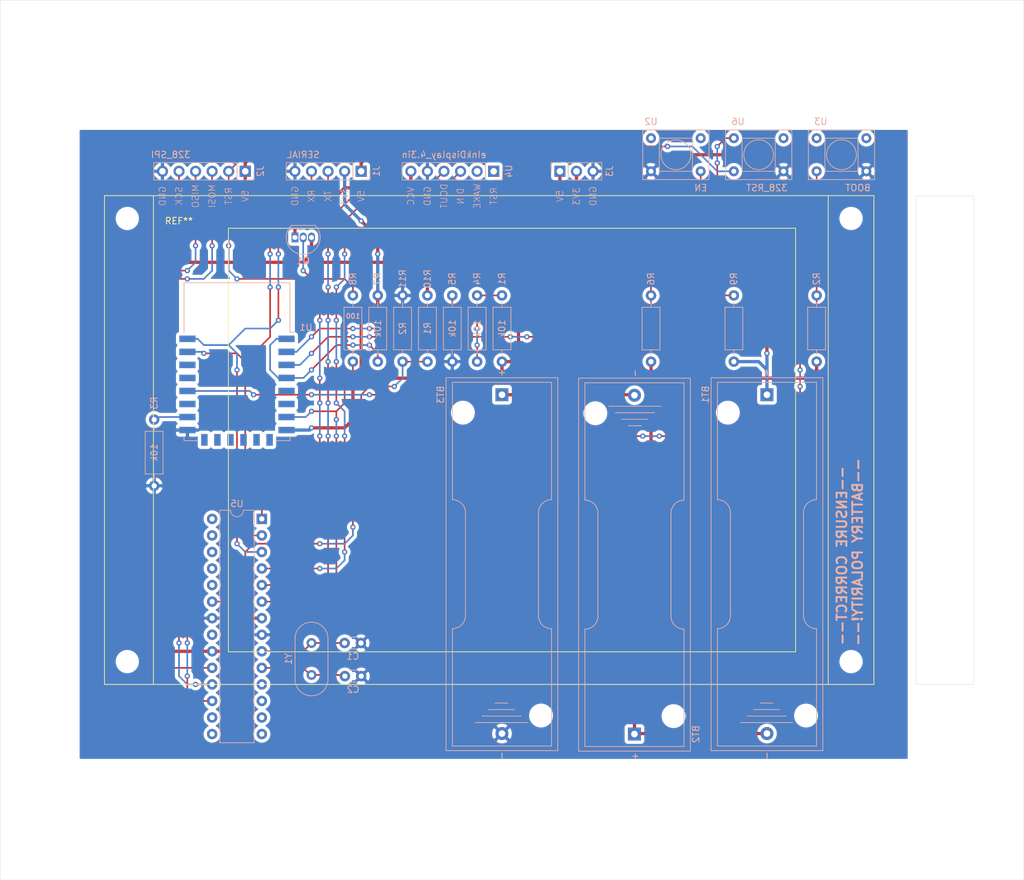
<source format=kicad_pcb>
(kicad_pcb (version 20171130) (host pcbnew "(5.1.9)-1")
  (layers (0 F.Cu signal) (31 B.Cu signal) (34 B.Paste user) (35 F.Paste user) (36 B.SilkS user) (37 F.SilkS user) (38 B.Mask user) (39 F.Mask user) (44 Edge.Cuts user))
  (net 0 "")
  (net 1 "Net-(BT2-Pad2)")
  (net 2 "Net-(Q1-Pad1)")
  (net 3 "Net-(Q1-Pad2)")
  (net 4 "Net-(R1-Pad2)")
  (net 5 "Net-(R2-Pad2)")
  (net 6 "Net-(R3-Pad1)")
  (net 7 "Net-(U1-Pad20)")
  (net 8 "Net-(U1-Pad19)")
  (net 9 "Net-(U1-Pad17)")
  (net 10 "Net-(U1-Pad14)")
  (net 11 "Net-(U1-Pad13)")
  (net 12 "Net-(U1-Pad12)")
  (net 13 "Net-(U1-Pad11)")
  (net 14 "Net-(U1-Pad10)")
  (net 15 "Net-(U1-Pad9)")
  (net 16 "Net-(U1-Pad6)")
  (net 17 "Net-(U1-Pad5)")
  (net 18 "Net-(U2-Pad3)")
  (net 19 "Net-(U2-Pad1)")
  (net 20 "Net-(U3-Pad4)")
  (net 21 "Net-(U3-Pad2)")
  (net 22 "Net-(U4-Pad2)")
  (net 23 "Net-(U4-Pad1)")
  (net 24 +5V)
  (net 25 +3V3)
  (net 26 GND)
  (net 27 "Net-(C1-Pad1)")
  (net 28 "Net-(C2-Pad1)")
  (net 29 328_RX)
  (net 30 328_TX)
  (net 31 328_SCK)
  (net 32 328_MISO)
  (net 33 328_MOSI)
  (net 34 328_RST)
  (net 35 "Net-(R4-Pad2)")
  (net 36 "Net-(R6-Pad2)")
  (net 37 ESP_WAKE)
  (net 38 eInk_EN)
  (net 39 "Net-(R9-Pad2)")
  (net 40 "Net-(R10-Pad2)")
  (net 41 eInk_DOUT)
  (net 42 eInk_DIN)
  (net 43 "Net-(U5-Pad28)")
  (net 44 "Net-(U5-Pad14)")
  (net 45 "Net-(U5-Pad27)")
  (net 46 "Net-(U5-Pad13)")
  (net 47 "Net-(U5-Pad26)")
  (net 48 "Net-(U5-Pad12)")
  (net 49 "Net-(U5-Pad25)")
  (net 50 "Net-(U5-Pad11)")
  (net 51 "Net-(U5-Pad24)")
  (net 52 "Net-(U5-Pad21)")
  (net 53 "Net-(U5-Pad16)")
  (net 54 "Net-(U5-Pad15)")
  (net 55 "Net-(U6-Pad4)")
  (module Connector_PinHeader_2.54mm:PinHeader_1x03_P2.54mm_Vertical (layer B.Cu) (at 152.4 49.53 270)
    (fp_text reference J3 (at 0 -7.62 270) (layer B.SilkS) (effects (justify mirror)))
    (fp_text value Conn_01x03_Male)
    (pad 3 thru_hole oval (at 0 -5.08 270) (size 1.7 1.7) (drill 1) (layers *.Cu *.Mask) (net 26 GND))
    (pad 2 thru_hole oval (at 0 -2.54 270) (size 1.7 1.7) (drill 1) (layers *.Cu *.Mask) (net 25 +3V3))
    (pad 1 thru_hole rect (at 0 0 270) (size 1.7 1.7) (drill 1) (layers *.Cu *.Mask) (net 24 +5V))
  )
  (module kwkong_footprints:eInk_4.3in_display_layout (layer F.Cu) (at 82.55 128.27)
    (fp_text reference REF** (at 11.43 -71.12) (layer F.SilkS))
    (fp_text value eInk_4.3in_Display)
    (pad "" np_thru_hole circle (at 114.5 -71.5) (size 2.54 2.54) (drill 2.54) (layers *.Cu *.Mask))
    (pad "" np_thru_hole circle (at 114.5 -3.5) (size 2.54 2.54) (drill 2.54) (layers *.Cu *.Mask))
    (pad "" np_thru_hole circle (at 3.5 -71.5) (size 2.54 2.54) (drill 2.54) (layers *.Cu *.Mask))
    (pad "" np_thru_hole circle (at 3.5 -3.5) (size 2.54 2.54) (drill 2.54) (layers *.Cu *.Mask))
  )
  (module Crystal:Crystal_HC18-U_Vertical (layer B.Cu) (at 114.3 121.92 270)
    (fp_text reference Y1 (at 2.45 3.525 90) (layer B.SilkS) (effects (justify mirror)))
    (fp_text value Crystal)
    (pad 2 thru_hole circle (at 4.9 0 270) (size 1.5 1.5) (drill 0.8) (layers *.Cu *.Mask) (net 28 "Net-(C2-Pad1)"))
    (pad 1 thru_hole circle (at 0 0 270) (size 1.5 1.5) (drill 0.8) (layers *.Cu *.Mask) (net 27 "Net-(C1-Pad1)"))
  )
  (module kwkong_footprints:6mm_momentary_switch_DIP (layer B.Cu) (at 179.07 49.53)
    (fp_text reference U6 (at 0.635 -7.62) (layer B.SilkS) (effects (justify mirror)))
    (fp_text value 328_RST (at 5.08 2.54) (layer B.SilkS) (effects (justify mirror)))
    (pad 4 thru_hole circle (at 7.62 -5.08) (size 1.524 1.524) (drill 0.762) (layers *.Cu *.Mask) (net 55 "Net-(U6-Pad4)"))
    (pad 3 thru_hole circle (at 7.62 0) (size 1.524 1.524) (drill 0.762) (layers *.Cu *.Mask) (net 26 GND))
    (pad 2 thru_hole circle (at 0 -5.08) (size 1.524 1.524) (drill 0.762) (layers *.Cu *.Mask) (net 39 "Net-(R9-Pad2)"))
    (pad 1 thru_hole circle (at 0 0) (size 1.524 1.524) (drill 0.762) (layers *.Cu *.Mask) (net 34 328_RST))
  )
  (module Package_DIP:DIP-28_W7.62mm (layer B.Cu) (at 106.68 102.87 180)
    (fp_text reference U5 (at 3.81 2.33) (layer B.SilkS) (effects (justify mirror)))
    (fp_text value ATmega328P-PU)
    (pad 28 thru_hole oval (at 7.62 0 180) (size 1.6 1.6) (drill 0.8) (layers *.Cu *.Mask) (net 43 "Net-(U5-Pad28)"))
    (pad 14 thru_hole oval (at 0 -33.02 180) (size 1.6 1.6) (drill 0.8) (layers *.Cu *.Mask) (net 44 "Net-(U5-Pad14)"))
    (pad 27 thru_hole oval (at 7.62 -2.54 180) (size 1.6 1.6) (drill 0.8) (layers *.Cu *.Mask) (net 45 "Net-(U5-Pad27)"))
    (pad 13 thru_hole oval (at 0 -30.48 180) (size 1.6 1.6) (drill 0.8) (layers *.Cu *.Mask) (net 46 "Net-(U5-Pad13)"))
    (pad 26 thru_hole oval (at 7.62 -5.08 180) (size 1.6 1.6) (drill 0.8) (layers *.Cu *.Mask) (net 47 "Net-(U5-Pad26)"))
    (pad 12 thru_hole oval (at 0 -27.94 180) (size 1.6 1.6) (drill 0.8) (layers *.Cu *.Mask) (net 48 "Net-(U5-Pad12)"))
    (pad 25 thru_hole oval (at 7.62 -7.62 180) (size 1.6 1.6) (drill 0.8) (layers *.Cu *.Mask) (net 49 "Net-(U5-Pad25)"))
    (pad 11 thru_hole oval (at 0 -25.4 180) (size 1.6 1.6) (drill 0.8) (layers *.Cu *.Mask) (net 50 "Net-(U5-Pad11)"))
    (pad 24 thru_hole oval (at 7.62 -10.16 180) (size 1.6 1.6) (drill 0.8) (layers *.Cu *.Mask) (net 51 "Net-(U5-Pad24)"))
    (pad 10 thru_hole oval (at 0 -22.86 180) (size 1.6 1.6) (drill 0.8) (layers *.Cu *.Mask) (net 28 "Net-(C2-Pad1)"))
    (pad 23 thru_hole oval (at 7.62 -12.7 180) (size 1.6 1.6) (drill 0.8) (layers *.Cu *.Mask) (net 40 "Net-(R10-Pad2)"))
    (pad 9 thru_hole oval (at 0 -20.32 180) (size 1.6 1.6) (drill 0.8) (layers *.Cu *.Mask) (net 27 "Net-(C1-Pad1)"))
    (pad 22 thru_hole oval (at 7.62 -15.24 180) (size 1.6 1.6) (drill 0.8) (layers *.Cu *.Mask) (net 26 GND))
    (pad 8 thru_hole oval (at 0 -17.78 180) (size 1.6 1.6) (drill 0.8) (layers *.Cu *.Mask) (net 26 GND))
    (pad 21 thru_hole oval (at 7.62 -17.78 180) (size 1.6 1.6) (drill 0.8) (layers *.Cu *.Mask) (net 52 "Net-(U5-Pad21)"))
    (pad 7 thru_hole oval (at 0 -15.24 180) (size 1.6 1.6) (drill 0.8) (layers *.Cu *.Mask) (net 24 +5V))
    (pad 20 thru_hole oval (at 7.62 -20.32 180) (size 1.6 1.6) (drill 0.8) (layers *.Cu *.Mask) (net 24 +5V))
    (pad 6 thru_hole oval (at 0 -12.7 180) (size 1.6 1.6) (drill 0.8) (layers *.Cu *.Mask) (net 38 eInk_EN))
    (pad 19 thru_hole oval (at 7.62 -22.86 180) (size 1.6 1.6) (drill 0.8) (layers *.Cu *.Mask) (net 31 328_SCK))
    (pad 5 thru_hole oval (at 0 -10.16 180) (size 1.6 1.6) (drill 0.8) (layers *.Cu *.Mask) (net 41 eInk_DOUT))
    (pad 18 thru_hole oval (at 7.62 -25.4 180) (size 1.6 1.6) (drill 0.8) (layers *.Cu *.Mask) (net 32 328_MISO))
    (pad 4 thru_hole oval (at 0 -7.62 180) (size 1.6 1.6) (drill 0.8) (layers *.Cu *.Mask) (net 42 eInk_DIN))
    (pad 17 thru_hole oval (at 7.62 -27.94 180) (size 1.6 1.6) (drill 0.8) (layers *.Cu *.Mask) (net 33 328_MOSI))
    (pad 3 thru_hole oval (at 0 -5.08 180) (size 1.6 1.6) (drill 0.8) (layers *.Cu *.Mask) (net 30 328_TX))
    (pad 16 thru_hole oval (at 7.62 -30.48 180) (size 1.6 1.6) (drill 0.8) (layers *.Cu *.Mask) (net 53 "Net-(U5-Pad16)"))
    (pad 2 thru_hole oval (at 0 -2.54 180) (size 1.6 1.6) (drill 0.8) (layers *.Cu *.Mask) (net 29 328_RX))
    (pad 15 thru_hole oval (at 7.62 -33.02 180) (size 1.6 1.6) (drill 0.8) (layers *.Cu *.Mask) (net 54 "Net-(U5-Pad15)"))
    (pad 1 thru_hole rect (at 0 0 180) (size 1.6 1.6) (drill 0.8) (layers *.Cu *.Mask) (net 34 328_RST))
  )
  (module Connector_PinHeader_2.54mm:PinHeader_1x06_P2.54mm_Vertical (layer B.Cu) (at 142.24 49.53 90)
    (fp_text reference U4 (at 0 2.33 90) (layer B.SilkS) (effects (justify mirror)))
    (fp_text value eInkDisplay_4.3in (at 2.54 -7.62 180) (layer B.SilkS) (effects (justify mirror)))
    (pad 6 thru_hole oval (at 0 -12.7 90) (size 1.7 1.7) (drill 1) (layers *.Cu *.Mask) (net 2 "Net-(Q1-Pad1)"))
    (pad 5 thru_hole oval (at 0 -10.16 90) (size 1.7 1.7) (drill 1) (layers *.Cu *.Mask) (net 26 GND))
    (pad 4 thru_hole oval (at 0 -7.62 90) (size 1.7 1.7) (drill 1) (layers *.Cu *.Mask) (net 41 eInk_DOUT))
    (pad 3 thru_hole oval (at 0 -5.08 90) (size 1.7 1.7) (drill 1) (layers *.Cu *.Mask) (net 42 eInk_DIN))
    (pad 2 thru_hole oval (at 0 -2.54 90) (size 1.7 1.7) (drill 1) (layers *.Cu *.Mask) (net 22 "Net-(U4-Pad2)"))
    (pad 1 thru_hole rect (at 0 0 90) (size 1.7 1.7) (drill 1) (layers *.Cu *.Mask) (net 23 "Net-(U4-Pad1)"))
  )
  (module kwkong_footprints:6mm_momentary_switch_DIP (layer B.Cu) (at 173.99 44.45 180)
    (fp_text reference U2 (at 7.62 2.54) (layer B.SilkS) (effects (justify mirror)))
    (fp_text value EN (at 0 -7.62) (layer B.SilkS) (effects (justify mirror)))
    (pad 4 thru_hole circle (at 7.62 -5.08 180) (size 1.524 1.524) (drill 0.762) (layers *.Cu *.Mask) (net 26 GND))
    (pad 3 thru_hole circle (at 7.62 0 180) (size 1.524 1.524) (drill 0.762) (layers *.Cu *.Mask) (net 18 "Net-(U2-Pad3)"))
    (pad 2 thru_hole circle (at 0 -5.08 180) (size 1.524 1.524) (drill 0.762) (layers *.Cu *.Mask) (net 36 "Net-(R6-Pad2)"))
    (pad 1 thru_hole circle (at 0 0 180) (size 1.524 1.524) (drill 0.762) (layers *.Cu *.Mask) (net 19 "Net-(U2-Pad1)"))
  )
  (module Resistor_THT:R_Axial_DIN0207_L6.3mm_D2.5mm_P10.16mm_Horizontal (layer B.Cu) (at 128.27 78.74 90)
    (fp_text reference R11 (at 12.7 0 90) (layer B.SilkS) (effects (justify mirror)))
    (fp_text value R2 (at 5.08 0 90) (layer B.SilkS) (effects (justify mirror)))
    (pad 2 thru_hole oval (at 10.16 0 90) (size 1.6 1.6) (drill 0.8) (layers *.Cu *.Mask) (net 26 GND))
    (pad 1 thru_hole circle (at 0 0 90) (size 1.6 1.6) (drill 0.8) (layers *.Cu *.Mask) (net 40 "Net-(R10-Pad2)"))
  )
  (module Resistor_THT:R_Axial_DIN0207_L6.3mm_D2.5mm_P10.16mm_Horizontal (layer B.Cu) (at 132.08 68.58 270)
    (fp_text reference R10 (at -2.54 0 90) (layer B.SilkS) (effects (justify mirror)))
    (fp_text value R1 (at 5.08 0 90) (layer B.SilkS) (effects (justify mirror)))
    (pad 2 thru_hole oval (at 10.16 0 270) (size 1.6 1.6) (drill 0.8) (layers *.Cu *.Mask) (net 40 "Net-(R10-Pad2)"))
    (pad 1 thru_hole circle (at 0 0 270) (size 1.6 1.6) (drill 0.8) (layers *.Cu *.Mask) (net 24 +5V))
  )
  (module Resistor_THT:R_Axial_DIN0207_L6.3mm_D2.5mm_P10.16mm_Horizontal (layer B.Cu) (at 179.07 78.74 90)
    (fp_text reference R9 (at 12.7 0 90) (layer B.SilkS) (effects (justify mirror)))
    (fp_text value 10k)
    (pad 2 thru_hole oval (at 10.16 0 90) (size 1.6 1.6) (drill 0.8) (layers *.Cu *.Mask) (net 39 "Net-(R9-Pad2)"))
    (pad 1 thru_hole circle (at 0 0 90) (size 1.6 1.6) (drill 0.8) (layers *.Cu *.Mask) (net 24 +5V))
  )
  (module Resistor_THT:R_Axial_DIN0207_L6.3mm_D2.5mm_P10.16mm_Horizontal (layer B.Cu) (at 120.65 68.58 270)
    (fp_text reference R8 (at -2.54 0 90) (layer B.SilkS) (effects (justify mirror)))
    (fp_text value 100 (at 3.175 0 180) (layer B.SilkS) (effects (font (size 0.75 0.75)) (justify mirror)))
    (pad 2 thru_hole oval (at 10.16 0 270) (size 1.6 1.6) (drill 0.8) (layers *.Cu *.Mask) (net 38 eInk_EN))
    (pad 1 thru_hole circle (at 0 0 270) (size 1.6 1.6) (drill 0.8) (layers *.Cu *.Mask) (net 3 "Net-(Q1-Pad2)"))
  )
  (module Resistor_THT:R_Axial_DIN0207_L6.3mm_D2.5mm_P10.16mm_Horizontal (layer B.Cu) (at 124.46 68.58 270)
    (fp_text reference R7 (at -2.54 0 90) (layer B.SilkS) (effects (justify mirror)))
    (fp_text value 10k (at 5.08 0 90) (layer B.SilkS) (effects (justify mirror)))
    (pad 2 thru_hole oval (at 10.16 0 270) (size 1.6 1.6) (drill 0.8) (layers *.Cu *.Mask) (net 37 ESP_WAKE))
    (pad 1 thru_hole circle (at 0 0 270) (size 1.6 1.6) (drill 0.8) (layers *.Cu *.Mask) (net 25 +3V3))
  )
  (module Resistor_THT:R_Axial_DIN0207_L6.3mm_D2.5mm_P10.16mm_Horizontal (layer B.Cu) (at 166.37 78.74 90)
    (fp_text reference R6 (at 12.7 0 90) (layer B.SilkS) (effects (justify mirror)))
    (fp_text value 10k)
    (pad 2 thru_hole oval (at 10.16 0 90) (size 1.6 1.6) (drill 0.8) (layers *.Cu *.Mask) (net 36 "Net-(R6-Pad2)"))
    (pad 1 thru_hole circle (at 0 0 90) (size 1.6 1.6) (drill 0.8) (layers *.Cu *.Mask) (net 25 +3V3))
  )
  (module Resistor_THT:R_Axial_DIN0207_L6.3mm_D2.5mm_P10.16mm_Horizontal (layer B.Cu) (at 135.89 68.58 270)
    (fp_text reference R5 (at -2.54 0 90) (layer B.SilkS) (effects (justify mirror)))
    (fp_text value 10k (at 5.08 0 90) (layer B.SilkS) (effects (justify mirror)))
    (pad 2 thru_hole oval (at 10.16 0 270) (size 1.6 1.6) (drill 0.8) (layers *.Cu *.Mask) (net 26 GND))
    (pad 1 thru_hole circle (at 0 0 270) (size 1.6 1.6) (drill 0.8) (layers *.Cu *.Mask) (net 35 "Net-(R4-Pad2)"))
  )
  (module Resistor_THT:R_Axial_DIN0207_L6.3mm_D2.5mm_P10.16mm_Horizontal (layer B.Cu) (at 139.7 68.58 270)
    (fp_text reference R4 (at -2.54 0 90) (layer B.SilkS) (effects (justify mirror)))
    (fp_text value 10k (at 5.08 0 90) (layer B.SilkS) (effects (justify mirror)))
    (pad 2 thru_hole oval (at 10.16 0 270) (size 1.6 1.6) (drill 0.8) (layers *.Cu *.Mask) (net 35 "Net-(R4-Pad2)"))
    (pad 1 thru_hole circle (at 0 0 270) (size 1.6 1.6) (drill 0.8) (layers *.Cu *.Mask) (net 4 "Net-(R1-Pad2)"))
  )
  (module Resistor_THT:R_Axial_DIN0207_L6.3mm_D2.5mm_P10.16mm_Horizontal (layer B.Cu) (at 143.51 78.74 90)
    (fp_text reference R1 (at 12.7 0 90) (layer B.SilkS) (effects (justify mirror)))
    (fp_text value 10k (at 5.08 0 90) (layer B.SilkS) (effects (justify mirror)))
    (pad 2 thru_hole oval (at 10.16 0 90) (size 1.6 1.6) (drill 0.8) (layers *.Cu *.Mask) (net 4 "Net-(R1-Pad2)"))
    (pad 1 thru_hole circle (at 0 0 90) (size 1.6 1.6) (drill 0.8) (layers *.Cu *.Mask) (net 25 +3V3))
  )
  (module Connector_PinHeader_2.54mm:PinHeader_1x06_P2.54mm_Vertical (layer B.Cu) (at 104.14 49.53 90)
    (fp_text reference J2 (at 0 2.33 90) (layer B.SilkS) (effects (justify mirror)))
    (fp_text value 328_SPI (at 2.54 -11.43 180) (layer B.SilkS) (effects (justify mirror)))
    (pad 6 thru_hole oval (at 0 -12.7 90) (size 1.7 1.7) (drill 1) (layers *.Cu *.Mask) (net 26 GND))
    (pad 5 thru_hole oval (at 0 -10.16 90) (size 1.7 1.7) (drill 1) (layers *.Cu *.Mask) (net 31 328_SCK))
    (pad 4 thru_hole oval (at 0 -7.62 90) (size 1.7 1.7) (drill 1) (layers *.Cu *.Mask) (net 32 328_MISO))
    (pad 3 thru_hole oval (at 0 -5.08 90) (size 1.7 1.7) (drill 1) (layers *.Cu *.Mask) (net 33 328_MOSI))
    (pad 2 thru_hole oval (at 0 -2.54 90) (size 1.7 1.7) (drill 1) (layers *.Cu *.Mask) (net 34 328_RST))
    (pad 1 thru_hole rect (at 0 0 90) (size 1.7 1.7) (drill 1) (layers *.Cu *.Mask) (net 24 +5V))
  )
  (module Connector_PinHeader_2.54mm:PinHeader_1x05_P2.54mm_Vertical (layer B.Cu) (at 121.92 49.53 90)
    (fp_text reference J1 (at 0 2.33 90) (layer B.SilkS) (effects (justify mirror)))
    (fp_text value SERIAL (at 2.54 -8.89 180) (layer B.SilkS) (effects (justify mirror)))
    (pad 5 thru_hole oval (at 0 -10.16 90) (size 1.7 1.7) (drill 1) (layers *.Cu *.Mask) (net 26 GND))
    (pad 4 thru_hole oval (at 0 -7.62 90) (size 1.7 1.7) (drill 1) (layers *.Cu *.Mask) (net 29 328_RX))
    (pad 3 thru_hole oval (at 0 -5.08 90) (size 1.7 1.7) (drill 1) (layers *.Cu *.Mask) (net 30 328_TX))
    (pad 2 thru_hole oval (at 0 -2.54 90) (size 1.7 1.7) (drill 1) (layers *.Cu *.Mask) (net 25 +3V3))
    (pad 1 thru_hole rect (at 0 0 90) (size 1.7 1.7) (drill 1) (layers *.Cu *.Mask) (net 24 +5V))
  )
  (module Capacitor_THT:C_Disc_D3.0mm_W1.6mm_P2.50mm (layer B.Cu) (at 119.42 127)
    (fp_text reference C2 (at 1.25 2.05) (layer B.SilkS) (effects (justify mirror)))
    (fp_text value C)
    (pad 2 thru_hole circle (at 2.5 0) (size 1.6 1.6) (drill 0.8) (layers *.Cu *.Mask) (net 26 GND))
    (pad 1 thru_hole circle (at 0 0) (size 1.6 1.6) (drill 0.8) (layers *.Cu *.Mask) (net 28 "Net-(C2-Pad1)"))
  )
  (module Capacitor_THT:C_Disc_D3.0mm_W1.6mm_P2.50mm (layer B.Cu) (at 119.38 121.92)
    (fp_text reference C1 (at 1.25 2.05) (layer B.SilkS) (effects (justify mirror)))
    (fp_text value C)
    (pad 2 thru_hole circle (at 2.5 0) (size 1.6 1.6) (drill 0.8) (layers *.Cu *.Mask) (net 26 GND))
    (pad 1 thru_hole circle (at 0 0) (size 1.6 1.6) (drill 0.8) (layers *.Cu *.Mask) (net 27 "Net-(C1-Pad1)"))
  )
  (module kwkong_footprints:6mm_momentary_switch_DIP (layer B.Cu) (at 191.77 49.53)
    (fp_text reference U3 (at 0.635 -7.62) (layer B.SilkS) (effects (justify mirror)))
    (fp_text value BOOT (at 6.35 2.54) (layer B.SilkS) (effects (justify mirror)))
    (pad 4 thru_hole circle (at 7.62 -5.08) (size 1.524 1.524) (drill 0.762) (layers *.Cu *.Mask) (net 20 "Net-(U3-Pad4)"))
    (pad 3 thru_hole circle (at 7.62 0) (size 1.524 1.524) (drill 0.762) (layers *.Cu *.Mask) (net 26 GND))
    (pad 2 thru_hole circle (at 0 -5.08) (size 1.524 1.524) (drill 0.762) (layers *.Cu *.Mask) (net 21 "Net-(U3-Pad2)"))
    (pad 1 thru_hole circle (at 0 0) (size 1.524 1.524) (drill 0.762) (layers *.Cu *.Mask) (net 5 "Net-(R2-Pad2)"))
  )
  (module RF_Module:ESP-12E (layer B.Cu) (at 102.87 78.74 180)
    (fp_text reference U1 (at -10.56 5.26) (layer B.SilkS) (effects (justify mirror)))
    (fp_text value ESP-12E)
    (pad 1 smd rect (at -7.6 3.5 180) (size 2.5 1) (layers B.Cu B.Paste B.Mask) (net 37 ESP_WAKE))
    (pad 2 smd rect (at -7.6 1.5 180) (size 2.5 1) (layers B.Cu B.Paste B.Mask) (net 35 "Net-(R4-Pad2)"))
    (pad 3 smd rect (at -7.6 -0.5 180) (size 2.5 1) (layers B.Cu B.Paste B.Mask) (net 36 "Net-(R6-Pad2)"))
    (pad 4 smd rect (at -7.6 -2.5 180) (size 2.5 1) (layers B.Cu B.Paste B.Mask) (net 37 ESP_WAKE))
    (pad 5 smd rect (at -7.6 -4.5 180) (size 2.5 1) (layers B.Cu B.Paste B.Mask) (net 17 "Net-(U1-Pad5)"))
    (pad 6 smd rect (at -7.6 -6.5 180) (size 2.5 1) (layers B.Cu B.Paste B.Mask) (net 16 "Net-(U1-Pad6)"))
    (pad 7 smd rect (at -7.6 -8.5 180) (size 2.5 1) (layers B.Cu B.Paste B.Mask) (net 38 eInk_EN))
    (pad 8 smd rect (at -7.6 -10.5 180) (size 2.5 1) (layers B.Cu B.Paste B.Mask) (net 25 +3V3))
    (pad 9 smd rect (at -5 -12 180) (size 1 1.8) (layers B.Cu B.Paste B.Mask) (net 15 "Net-(U1-Pad9)"))
    (pad 10 smd rect (at -3 -12 180) (size 1 1.8) (layers B.Cu B.Paste B.Mask) (net 14 "Net-(U1-Pad10)"))
    (pad 11 smd rect (at -1 -12 180) (size 1 1.8) (layers B.Cu B.Paste B.Mask) (net 13 "Net-(U1-Pad11)"))
    (pad 12 smd rect (at 1 -12 180) (size 1 1.8) (layers B.Cu B.Paste B.Mask) (net 12 "Net-(U1-Pad12)"))
    (pad 13 smd rect (at 3 -12 180) (size 1 1.8) (layers B.Cu B.Paste B.Mask) (net 11 "Net-(U1-Pad13)"))
    (pad 14 smd rect (at 5 -12 180) (size 1 1.8) (layers B.Cu B.Paste B.Mask) (net 10 "Net-(U1-Pad14)"))
    (pad 15 smd rect (at 7.6 -10.5 180) (size 2.5 1) (layers B.Cu B.Paste B.Mask) (net 26 GND))
    (pad 16 smd rect (at 7.6 -8.5 180) (size 2.5 1) (layers B.Cu B.Paste B.Mask) (net 6 "Net-(R3-Pad1)"))
    (pad 17 smd rect (at 7.6 -6.5 180) (size 2.5 1) (layers B.Cu B.Paste B.Mask) (net 9 "Net-(U1-Pad17)"))
    (pad 18 smd rect (at 7.6 -4.5 180) (size 2.5 1) (layers B.Cu B.Paste B.Mask) (net 5 "Net-(R2-Pad2)"))
    (pad 19 smd rect (at 7.6 -2.5 180) (size 2.5 1) (layers B.Cu B.Paste B.Mask) (net 8 "Net-(U1-Pad19)"))
    (pad 20 smd rect (at 7.6 -0.5 180) (size 2.5 1) (layers B.Cu B.Paste B.Mask) (net 7 "Net-(U1-Pad20)"))
    (pad 21 smd rect (at 7.6 1.5 180) (size 2.5 1) (layers B.Cu B.Paste B.Mask) (net 29 328_RX))
    (pad 22 smd rect (at 7.6 3.5 180) (size 2.5 1) (layers B.Cu B.Paste B.Mask) (net 30 328_TX))
  )
  (module Resistor_THT:R_Axial_DIN0207_L6.3mm_D2.5mm_P10.16mm_Horizontal (layer B.Cu) (at 90.17 87.63 270)
    (fp_text reference R3 (at -2.54 0 90) (layer B.SilkS) (effects (justify mirror)))
    (fp_text value 10k (at 5.08 0 90) (layer B.SilkS) (effects (justify mirror)))
    (pad 2 thru_hole oval (at 10.16 0 270) (size 1.6 1.6) (drill 0.8) (layers *.Cu *.Mask) (net 26 GND))
    (pad 1 thru_hole circle (at 0 0 270) (size 1.6 1.6) (drill 0.8) (layers *.Cu *.Mask) (net 6 "Net-(R3-Pad1)"))
  )
  (module Resistor_THT:R_Axial_DIN0207_L6.3mm_D2.5mm_P10.16mm_Horizontal (layer B.Cu) (at 191.77 78.74 90)
    (fp_text reference R2 (at 12.7 0 90) (layer B.SilkS) (effects (justify mirror)))
    (fp_text value 10k)
    (pad 2 thru_hole oval (at 10.16 0 90) (size 1.6 1.6) (drill 0.8) (layers *.Cu *.Mask) (net 5 "Net-(R2-Pad2)"))
    (pad 1 thru_hole circle (at 0 0 90) (size 1.6 1.6) (drill 0.8) (layers *.Cu *.Mask) (net 25 +3V3))
  )
  (module Package_TO_SOT_THT:TO-92_Inline (layer B.Cu) (at 111.76 59.69)
    (fp_text reference Q1 (at 1.27 3.56) (layer B.SilkS) (effects (justify mirror)))
    (fp_text value 2N2222)
    (pad 1 thru_hole rect (at 0 0) (size 1.05 1.5) (drill 0.75) (layers *.Cu *.Mask) (net 2 "Net-(Q1-Pad1)"))
    (pad 3 thru_hole oval (at 2.54 0) (size 1.05 1.5) (drill 0.75) (layers *.Cu *.Mask) (net 24 +5V))
    (pad 2 thru_hole oval (at 1.27 0) (size 1.05 1.5) (drill 0.75) (layers *.Cu *.Mask) (net 3 "Net-(Q1-Pad2)"))
  )
  (module Battery:BatteryHolder_Keystone_2460_1xAA (layer B.Cu) (at 143.51 83.82 270)
    (fp_text reference BT3 (at -0.02 9.42 270) (layer B.SilkS) (effects (justify mirror)))
    (fp_text value Battery_Cell)
    (fp_text user + (at -3.4 0.06 90) (layer B.SilkS) (effects (justify mirror)))
    (fp_text user - (at 55.37 0.06 90) (layer B.SilkS) (effects (justify mirror)))
    (pad 1 thru_hole rect (at 0 0 90) (size 2 2) (drill 1.02) (layers *.Cu *.Mask) (net 1 "Net-(BT2-Pad2)"))
    (pad 2 thru_hole circle (at 51.99 0 90) (size 2 2) (drill 1.02) (layers *.Cu *.Mask) (net 26 GND))
    (pad "" np_thru_hole circle (at 49.23 -5.995 270) (size 2.64 2.64) (drill 2.64) (layers *.Cu *.Mask))
    (pad "" np_thru_hole circle (at 2.75 5.995 180) (size 2.64 2.64) (drill 2.64) (layers *.Cu *.Mask))
  )
  (module Battery:BatteryHolder_Keystone_2460_1xAA (layer B.Cu) (at 163.83 135.89 90)
    (fp_text reference BT2 (at -0.02 9.42 270) (layer B.SilkS) (effects (justify mirror)))
    (fp_text value Battery_Cell)
    (fp_text user - (at 55.37 0.06 90) (layer B.SilkS) (effects (justify mirror)))
    (fp_text user + (at -3.4 0.06 90) (layer B.SilkS) (effects (justify mirror)))
    (pad "" np_thru_hole circle (at 2.75 5.995) (size 2.64 2.64) (drill 2.64) (layers *.Cu *.Mask))
    (pad "" np_thru_hole circle (at 49.23 -5.995 90) (size 2.64 2.64) (drill 2.64) (layers *.Cu *.Mask))
    (pad 2 thru_hole circle (at 51.99 0 270) (size 2 2) (drill 1.02) (layers *.Cu *.Mask) (net 1 "Net-(BT2-Pad2)"))
    (pad 1 thru_hole rect (at 0 0 270) (size 2 2) (drill 1.02) (layers *.Cu *.Mask) (net 25 +3V3))
  )
  (module Battery:BatteryHolder_Keystone_2460_1xAA (layer B.Cu) (at 184.15 83.82 270)
    (fp_text reference BT1 (at -0.02 9.42 270) (layer B.SilkS) (effects (justify mirror)))
    (fp_text value Battery_Cell)
    (fp_text user + (at -3.4 0.06 90) (layer B.SilkS) (effects (justify mirror)))
    (fp_text user - (at 55.37 0.06 90) (layer B.SilkS) (effects (justify mirror)))
    (pad 1 thru_hole rect (at 0 0 90) (size 2 2) (drill 1.02) (layers *.Cu *.Mask) (net 24 +5V))
    (pad 2 thru_hole circle (at 51.99 0 90) (size 2 2) (drill 1.02) (layers *.Cu *.Mask) (net 25 +3V3))
    (pad "" np_thru_hole circle (at 49.23 -5.995 270) (size 2.64 2.64) (drill 2.64) (layers *.Cu *.Mask))
    (pad "" np_thru_hole circle (at 2.75 5.995 180) (size 2.64 2.64) (drill 2.64) (layers *.Cu *.Mask))
  )
  (gr_text 3V3 (at 154.94 53.34 90) (layer B.SilkS) (effects (font (size 1 1) (thickness 0.1)) (justify mirror)))
  (gr_text GND (at 157.48 53.34 90) (layer B.SilkS) (effects (font (size 1 1) (thickness 0.1)) (justify mirror)))
  (gr_text 5V (at 152.4 53.34 90) (layer B.SilkS) (effects (font (size 1 1) (thickness 0.1)) (justify mirror)))
  (gr_text RST (at 142.24 53.34 90) (layer B.SilkS) (effects (font (size 1 1) (thickness 0.1)) (justify mirror)))
  (gr_text WAKE (at 139.7 53.34 90) (layer B.SilkS) (effects (font (size 1 1) (thickness 0.1)) (justify mirror)))
  (gr_text DIN (at 137.16 53.34 90) (layer B.SilkS) (effects (font (size 1 1) (thickness 0.1)) (justify mirror)))
  (gr_text DOUT (at 134.62 53.34 90) (layer B.SilkS) (effects (font (size 1 1) (thickness 0.1)) (justify mirror)))
  (gr_text GND (at 132.08 53.34 90) (layer B.SilkS) (effects (font (size 1 1) (thickness 0.1)) (justify mirror)))
  (gr_text VCC (at 129.54 53.34 90) (layer B.SilkS) (effects (font (size 1 1) (thickness 0.1)) (justify mirror)))
  (gr_text GND (at 91.44 53.34 90) (layer B.SilkS) (effects (font (size 1 1) (thickness 0.1)) (justify mirror)))
  (gr_text SCK (at 93.98 53.34 90) (layer B.SilkS) (effects (font (size 1 1) (thickness 0.1)) (justify mirror)))
  (gr_text MISO (at 96.52 53.34 90) (layer B.SilkS) (effects (font (size 1 1) (thickness 0.1)) (justify mirror)))
  (gr_text MOSI (at 99.06 53.34 90) (layer B.SilkS) (effects (font (size 1 1) (thickness 0.1)) (justify mirror)))
  (gr_text RST (at 101.6 53.34 90) (layer B.SilkS) (effects (font (size 1 1) (thickness 0.1)) (justify mirror)))
  (gr_text 5V (at 104.14 53.34 90) (layer B.SilkS) (effects (font (size 1 1) (thickness 0.1)) (justify mirror)))
  (gr_text 5V (at 121.92 53.34 90) (layer B.SilkS) (effects (font (size 1 1) (thickness 0.1)) (justify mirror)))
  (gr_text 3V3 (at 119.38 53.34 90) (layer B.SilkS) (effects (font (size 1 1) (thickness 0.1)) (justify mirror)))
  (gr_text TX (at 116.84 53.34 90) (layer B.SilkS) (effects (font (size 1 1) (thickness 0.1)) (justify mirror)))
  (gr_text RX (at 114.3 53.34 90) (layer B.SilkS) (effects (font (size 1 1) (thickness 0.1)) (justify mirror)))
  (gr_text GND (at 111.76 53.34 90) (layer B.SilkS) (effects (font (size 1 1) (thickness 0.1)) (justify mirror)))
  (gr_line (start 207.01 128.27) (end 207.01 53.34) (layer Edge.Cuts) (width 0.05))
  (gr_line (start 215.9 128.27) (end 207.01 128.27) (layer Edge.Cuts) (width 0.05))
  (gr_line (start 215.9 53.34) (end 215.9 128.27) (layer Edge.Cuts) (width 0.05))
  (gr_line (start 207.01 53.34) (end 215.9 53.34) (layer Edge.Cuts) (width 0.05))
  (gr_text " --ENSURE CORRECT--\n--BATTERY POLARITY!--" (at 196.85 107.95 90) (layer B.SilkS) (effects (font (size 1.5 1.5) (thickness 0.3)) (justify mirror)))
  (gr_line (start 66.55 158.27) (end 223.55 158.27) (layer Edge.Cuts) (width 0.05))
  (gr_line (start 223.55 158.27) (end 223.55 23.27) (layer Edge.Cuts) (width 0.05))
  (gr_line (start 66.55 23.27) (end 223.55 23.27) (layer Edge.Cuts) (width 0.05))
  (gr_line (start 66.55 158.27) (end 66.55 23.27) (layer Edge.Cuts) (width 0.05))
  (segment (start 143.51 83.82) (end 163.83 83.82) (width 0.5) (layer F.Cu) (net 1))
  (segment (start 111.76 59.69) (end 111.76 57.15) (width 0.5) (layer F.Cu) (net 2))
  (segment (start 111.76 57.15) (end 113.03 55.88) (width 0.5) (layer F.Cu) (net 2))
  (segment (start 113.03 55.88) (end 115.57 55.88) (width 0.5) (layer F.Cu) (net 2))
  (segment (start 115.57 55.88) (end 119.38 52.07) (width 0.5) (layer F.Cu) (net 2))
  (segment (start 119.38 52.07) (end 124.46 52.07) (width 0.5) (layer F.Cu) (net 2))
  (segment (start 124.46 52.07) (end 128.27 52.07) (width 0.5) (layer F.Cu) (net 2))
  (segment (start 128.27 52.07) (end 129.54 50.8) (width 0.5) (layer F.Cu) (net 2))
  (segment (start 129.54 49.53) (end 129.54 50.8) (width 0.5) (layer F.Cu) (net 2))
  (segment (start 113.03 59.69) (end 113.03 64.77) (width 0.25) (layer B.Cu) (net 3))
  (segment (start 113.03 64.77) (end 113.03 64.77) (width 0.25) (layer B.Cu) (net 3))
  (via (at 113.03 64.77) (size 0.8) (drill 0.4) (layers F.Cu B.Cu) (net 3))
  (segment (start 113.03 64.77) (end 114.3 66.04) (width 0.25) (layer F.Cu) (net 3))
  (segment (start 114.3 66.04) (end 119.38 66.04) (width 0.25) (layer F.Cu) (net 3))
  (segment (start 119.38 66.04) (end 120.65 67.31) (width 0.25) (layer F.Cu) (net 3))
  (segment (start 120.65 67.31) (end 120.65 68.58) (width 0.25) (layer F.Cu) (net 3))
  (segment (start 139.7 68.58) (end 143.51 68.58) (width 0.25) (layer F.Cu) (net 4))
  (segment (start 191.77 49.53) (end 191.77 68.58) (width 0.25) (layer F.Cu) (net 5))
  (via (at 105.41 83.82) (size 0.8) (drill 0.4) (layers F.Cu B.Cu) (net 5))
  (segment (start 104.83 83.24) (end 105.41 83.82) (width 0.25) (layer B.Cu) (net 5))
  (segment (start 95.27 83.24) (end 104.83 83.24) (width 0.25) (layer B.Cu) (net 5))
  (via (at 114.3 83.82) (size 0.8) (drill 0.4) (layers F.Cu B.Cu) (net 5))
  (segment (start 105.41 83.82) (end 114.3 83.82) (width 0.25) (layer F.Cu) (net 5))
  (via (at 123.19 83.82) (size 0.8) (drill 0.4) (layers F.Cu B.Cu) (net 5))
  (segment (start 114.3 83.82) (end 123.19 83.82) (width 0.25) (layer B.Cu) (net 5))
  (segment (start 139.7 83.82) (end 123.19 83.82) (width 0.25) (layer F.Cu) (net 5))
  (segment (start 157.48 90.17) (end 153.67 86.36) (width 0.25) (layer F.Cu) (net 5))
  (segment (start 142.24 86.36) (end 139.7 83.82) (width 0.25) (layer F.Cu) (net 5))
  (segment (start 165.1 90.17) (end 157.48 90.17) (width 0.25) (layer F.Cu) (net 5))
  (segment (start 153.67 86.36) (end 142.24 86.36) (width 0.25) (layer F.Cu) (net 5))
  (via (at 165.1 90.17) (size 0.8) (drill 0.4) (layers F.Cu B.Cu) (net 5))
  (segment (start 165.1 90.17) (end 167.64 90.17) (width 0.25) (layer B.Cu) (net 5))
  (via (at 167.64 90.17) (size 0.8) (drill 0.4) (layers F.Cu B.Cu) (net 5))
  (segment (start 187.96 90.17) (end 167.64 90.17) (width 0.25) (layer F.Cu) (net 5))
  (segment (start 189.23 88.9) (end 187.96 90.17) (width 0.25) (layer F.Cu) (net 5))
  (segment (start 189.23 82.55) (end 189.23 88.9) (width 0.25) (layer F.Cu) (net 5))
  (via (at 189.23 82.55) (size 0.8) (drill 0.4) (layers F.Cu B.Cu) (net 5))
  (segment (start 189.23 82.55) (end 189.23 80.01) (width 0.25) (layer B.Cu) (net 5))
  (segment (start 191.77 72.39) (end 191.77 68.58) (width 0.25) (layer F.Cu) (net 5))
  (segment (start 189.23 74.93) (end 191.77 72.39) (width 0.25) (layer F.Cu) (net 5))
  (segment (start 189.23 80.01) (end 189.23 74.93) (width 0.25) (layer F.Cu) (net 5))
  (via (at 189.23 80.01) (size 0.8) (drill 0.4) (layers F.Cu B.Cu) (net 5))
  (segment (start 95.27 87.24) (end 90.56 87.24) (width 0.25) (layer B.Cu) (net 6))
  (segment (start 90.56 87.24) (end 90.17 87.63) (width 0.25) (layer B.Cu) (net 6))
  (segment (start 184.15 83.82) (end 184.15 80.01) (width 0.5) (layer B.Cu) (net 24))
  (segment (start 184.15 80.01) (end 184.15 77.47) (width 0.5) (layer B.Cu) (net 24))
  (segment (start 184.15 77.47) (end 184.15 77.47) (width 0.5) (layer B.Cu) (net 24))
  (via (at 184.15 77.47) (size 0.8) (drill 0.4) (layers F.Cu B.Cu) (net 24))
  (segment (start 104.14 49.53) (end 104.14 48.26) (width 0.5) (layer F.Cu) (net 24))
  (segment (start 104.14 48.26) (end 105.41 46.99) (width 0.5) (layer F.Cu) (net 24))
  (segment (start 104.14 49.53) (end 104.14 62.23) (width 0.5) (layer F.Cu) (net 24))
  (segment (start 104.14 62.23) (end 105.41 63.5) (width 0.5) (layer F.Cu) (net 24))
  (segment (start 105.41 63.5) (end 113.03 63.5) (width 0.5) (layer F.Cu) (net 24))
  (segment (start 113.03 63.5) (end 114.3 62.23) (width 0.5) (layer F.Cu) (net 24))
  (segment (start 114.3 62.23) (end 114.3 59.69) (width 0.5) (layer F.Cu) (net 24))
  (segment (start 132.08 68.58) (end 132.08 64.77) (width 0.5) (layer F.Cu) (net 24))
  (segment (start 132.08 64.77) (end 130.81 63.5) (width 0.5) (layer F.Cu) (net 24))
  (segment (start 130.81 63.5) (end 115.57 63.5) (width 0.5) (layer F.Cu) (net 24))
  (segment (start 115.57 63.5) (end 114.3 62.23) (width 0.5) (layer F.Cu) (net 24))
  (segment (start 99.06 123.19) (end 100.33 123.19) (width 0.5) (layer F.Cu) (net 24))
  (segment (start 100.33 123.19) (end 101.6 121.92) (width 0.5) (layer F.Cu) (net 24))
  (segment (start 101.6 121.92) (end 101.6 119.38) (width 0.5) (layer F.Cu) (net 24))
  (segment (start 101.6 119.38) (end 102.87 118.11) (width 0.5) (layer F.Cu) (net 24))
  (segment (start 102.87 118.11) (end 106.68 118.11) (width 0.5) (layer F.Cu) (net 24))
  (segment (start 182.88 78.74) (end 184.15 80.01) (width 0.5) (layer B.Cu) (net 24))
  (segment (start 179.07 78.74) (end 182.88 78.74) (width 0.5) (layer B.Cu) (net 24))
  (segment (start 102.87 63.5) (end 104.14 62.23) (width 0.5) (layer F.Cu) (net 24))
  (segment (start 85.09 63.5) (end 102.87 63.5) (width 0.5) (layer F.Cu) (net 24))
  (segment (start 83.82 64.77) (end 85.09 63.5) (width 0.5) (layer F.Cu) (net 24))
  (segment (start 85.09 118.11) (end 83.82 116.84) (width 0.5) (layer F.Cu) (net 24))
  (segment (start 87.63 118.11) (end 85.09 118.11) (width 0.5) (layer F.Cu) (net 24))
  (segment (start 92.71 123.19) (end 87.63 118.11) (width 0.5) (layer F.Cu) (net 24))
  (segment (start 83.82 116.84) (end 83.82 64.77) (width 0.5) (layer F.Cu) (net 24))
  (segment (start 99.06 123.19) (end 92.71 123.19) (width 0.5) (layer F.Cu) (net 24))
  (segment (start 121.92 48.26) (end 123.19 46.99) (width 0.5) (layer F.Cu) (net 24))
  (segment (start 121.92 49.53) (end 121.92 48.26) (width 0.5) (layer F.Cu) (net 24))
  (segment (start 105.41 46.99) (end 123.19 46.99) (width 0.5) (layer F.Cu) (net 24))
  (segment (start 184.15 48.26) (end 184.15 77.47) (width 0.5) (layer F.Cu) (net 24))
  (segment (start 182.88 46.99) (end 184.15 48.26) (width 0.5) (layer F.Cu) (net 24))
  (segment (start 123.19 46.99) (end 182.88 46.99) (width 0.5) (layer F.Cu) (net 24))
  (segment (start 132.08 64.77) (end 133.35 63.5) (width 0.5) (layer F.Cu) (net 24))
  (segment (start 133.35 63.5) (end 151.13 63.5) (width 0.5) (layer F.Cu) (net 24))
  (segment (start 151.13 63.5) (end 152.4 62.23) (width 0.5) (layer F.Cu) (net 24))
  (segment (start 152.4 62.23) (end 152.4 49.53) (width 0.5) (layer F.Cu) (net 24))
  (segment (start 184.15 135.81) (end 163.91 135.81) (width 0.5) (layer F.Cu) (net 25))
  (segment (start 163.91 135.81) (end 163.83 135.89) (width 0.5) (layer F.Cu) (net 25))
  (segment (start 163.83 135.89) (end 163.83 134.39) (width 0.5) (layer F.Cu) (net 25))
  (segment (start 163.83 134.39) (end 163.83 93.98) (width 0.5) (layer F.Cu) (net 25))
  (segment (start 163.83 93.98) (end 166.37 91.44) (width 0.5) (layer F.Cu) (net 25))
  (segment (start 167.64 81.28) (end 166.37 82.55) (width 0.5) (layer F.Cu) (net 25))
  (segment (start 190.5 81.28) (end 167.64 81.28) (width 0.5) (layer F.Cu) (net 25))
  (segment (start 191.77 78.74) (end 191.77 80.01) (width 0.5) (layer F.Cu) (net 25))
  (segment (start 191.77 80.01) (end 190.5 81.28) (width 0.5) (layer F.Cu) (net 25))
  (segment (start 166.37 82.55) (end 166.37 78.74) (width 0.5) (layer F.Cu) (net 25))
  (segment (start 166.37 91.44) (end 166.37 82.55) (width 0.5) (layer F.Cu) (net 25))
  (segment (start 166.37 82.55) (end 165.1 81.28) (width 0.5) (layer F.Cu) (net 25))
  (segment (start 144.78 81.28) (end 143.51 80.01) (width 0.5) (layer F.Cu) (net 25))
  (segment (start 143.51 80.01) (end 143.51 78.74) (width 0.5) (layer F.Cu) (net 25))
  (segment (start 144.78 81.28) (end 143.239998 81.28) (width 0.5) (layer F.Cu) (net 25))
  (segment (start 143.239998 81.28) (end 121.92 81.28) (width 0.5) (layer F.Cu) (net 25))
  (segment (start 121.92 81.28) (end 120.65 82.55) (width 0.5) (layer F.Cu) (net 25))
  (segment (start 120.65 82.55) (end 120.65 87.63) (width 0.5) (layer F.Cu) (net 25))
  (segment (start 120.65 87.63) (end 119.38 88.9) (width 0.5) (layer F.Cu) (net 25))
  (segment (start 119.38 88.9) (end 115.57 88.9) (width 0.5) (layer F.Cu) (net 25))
  (segment (start 115.57 88.9) (end 114.3 88.9) (width 0.5) (layer F.Cu) (net 25))
  (segment (start 114.3 88.9) (end 114.3 88.9) (width 0.5) (layer F.Cu) (net 25))
  (via (at 114.3 88.9) (size 0.8) (drill 0.4) (layers F.Cu B.Cu) (net 25))
  (segment (start 113.96 89.24) (end 114.3 88.9) (width 0.5) (layer B.Cu) (net 25))
  (segment (start 110.47 89.24) (end 113.96 89.24) (width 0.5) (layer B.Cu) (net 25))
  (segment (start 147.32 81.28) (end 144.78 81.28) (width 0.5) (layer F.Cu) (net 25))
  (segment (start 165.1 81.28) (end 147.32 81.28) (width 0.5) (layer F.Cu) (net 25))
  (segment (start 121.92 81.28) (end 121.92 72.39) (width 0.5) (layer F.Cu) (net 25))
  (segment (start 121.92 72.39) (end 124.46 69.85) (width 0.5) (layer F.Cu) (net 25))
  (segment (start 124.46 69.85) (end 124.46 68.58) (width 0.5) (layer F.Cu) (net 25))
  (via (at 124.46 62.23) (size 0.8) (drill 0.4) (layers F.Cu B.Cu) (net 25))
  (segment (start 124.46 68.58) (end 124.46 62.23) (width 0.5) (layer B.Cu) (net 25))
  (segment (start 124.46 62.23) (end 124.46 59.69) (width 0.5) (layer F.Cu) (net 25))
  (segment (start 124.46 59.69) (end 121.92 57.15) (width 0.5) (layer F.Cu) (net 25))
  (via (at 121.92 57.15) (size 0.8) (drill 0.4) (layers F.Cu B.Cu) (net 25))
  (segment (start 121.92 57.15) (end 119.38 54.61) (width 0.5) (layer B.Cu) (net 25))
  (segment (start 119.38 54.61) (end 119.38 49.53) (width 0.5) (layer B.Cu) (net 25))
  (segment (start 143.51 78.74) (end 144.78 78.74) (width 0.5) (layer F.Cu) (net 25))
  (segment (start 144.78 78.74) (end 146.05 77.47) (width 0.5) (layer F.Cu) (net 25))
  (segment (start 146.05 77.47) (end 146.05 66.04) (width 0.5) (layer F.Cu) (net 25))
  (segment (start 146.05 66.04) (end 147.32 64.77) (width 0.5) (layer F.Cu) (net 25))
  (segment (start 147.32 64.77) (end 152.4 64.77) (width 0.5) (layer F.Cu) (net 25))
  (segment (start 152.4 64.77) (end 154.94 62.23) (width 0.5) (layer F.Cu) (net 25))
  (segment (start 154.94 62.23) (end 154.94 49.53) (width 0.5) (layer F.Cu) (net 25))
  (segment (start 106.68 123.19) (end 113.03 123.19) (width 0.25) (layer F.Cu) (net 27))
  (segment (start 113.03 123.19) (end 114.3 121.92) (width 0.25) (layer F.Cu) (net 27))
  (segment (start 114.3 121.92) (end 119.38 121.92) (width 0.25) (layer F.Cu) (net 27))
  (segment (start 106.68 125.73) (end 113.03 125.73) (width 0.25) (layer F.Cu) (net 28))
  (segment (start 113.03 125.73) (end 114.3 127) (width 0.25) (layer F.Cu) (net 28))
  (segment (start 114.3 126.82) (end 119.2 126.82) (width 0.25) (layer F.Cu) (net 28))
  (segment (start 119.2 126.82) (end 119.38 127) (width 0.25) (layer F.Cu) (net 28))
  (via (at 97.79 77.47) (size 0.8) (drill 0.4) (layers F.Cu B.Cu) (net 29))
  (segment (start 97.56 77.24) (end 97.79 77.47) (width 0.25) (layer B.Cu) (net 29))
  (segment (start 95.27 77.24) (end 97.56 77.24) (width 0.25) (layer B.Cu) (net 29))
  (segment (start 97.79 77.47) (end 102.87 77.47) (width 0.25) (layer F.Cu) (net 29))
  (segment (start 102.87 77.47) (end 104.14 78.74) (width 0.25) (layer F.Cu) (net 29))
  (segment (start 104.14 78.74) (end 104.14 80.01) (width 0.25) (layer F.Cu) (net 29))
  (segment (start 104.14 80.01) (end 104.14 104.14) (width 0.25) (layer F.Cu) (net 29))
  (segment (start 104.14 104.14) (end 105.41 105.41) (width 0.25) (layer F.Cu) (net 29))
  (segment (start 105.41 105.41) (end 106.68 105.41) (width 0.25) (layer F.Cu) (net 29))
  (via (at 107.95 62.23) (size 0.8) (drill 0.4) (layers F.Cu B.Cu) (net 29))
  (segment (start 107.95 54.61) (end 107.95 62.23) (width 0.25) (layer F.Cu) (net 29))
  (via (at 107.95 67.31) (size 0.8) (drill 0.4) (layers F.Cu B.Cu) (net 29))
  (segment (start 107.95 62.23) (end 107.95 67.31) (width 0.25) (layer B.Cu) (net 29))
  (segment (start 107.95 67.31) (end 107.95 74.93) (width 0.25) (layer F.Cu) (net 29))
  (segment (start 107.95 74.93) (end 104.14 78.74) (width 0.25) (layer F.Cu) (net 29))
  (segment (start 107.95 54.61) (end 109.22 53.34) (width 0.25) (layer F.Cu) (net 29))
  (segment (start 109.22 53.34) (end 113.03 53.34) (width 0.25) (layer F.Cu) (net 29))
  (segment (start 113.03 53.34) (end 114.3 52.07) (width 0.25) (layer F.Cu) (net 29))
  (segment (start 114.3 52.07) (end 114.3 49.53) (width 0.25) (layer F.Cu) (net 29))
  (segment (start 96.83 75.24) (end 97.79 76.2) (width 0.25) (layer B.Cu) (net 30))
  (segment (start 95.27 75.24) (end 96.83 75.24) (width 0.25) (layer B.Cu) (net 30))
  (via (at 102.87 106.68) (size 0.8) (drill 0.4) (layers F.Cu B.Cu) (net 30))
  (segment (start 104.14 107.95) (end 102.87 106.68) (width 0.25) (layer B.Cu) (net 30))
  (segment (start 106.68 107.95) (end 104.14 107.95) (width 0.25) (layer B.Cu) (net 30))
  (via (at 102.87 80.01) (size 0.8) (drill 0.4) (layers F.Cu B.Cu) (net 30))
  (segment (start 102.87 106.68) (end 102.87 80.01) (width 0.25) (layer F.Cu) (net 30))
  (segment (start 102.87 80.01) (end 102.87 77.47) (width 0.25) (layer B.Cu) (net 30))
  (segment (start 101.6 76.2) (end 97.79 76.2) (width 0.25) (layer B.Cu) (net 30))
  (segment (start 102.87 77.47) (end 101.6 76.2) (width 0.25) (layer B.Cu) (net 30))
  (via (at 109.22 62.23) (size 0.8) (drill 0.4) (layers F.Cu B.Cu) (net 30))
  (segment (start 109.22 55.88) (end 109.22 62.23) (width 0.25) (layer F.Cu) (net 30))
  (segment (start 109.22 62.23) (end 109.22 67.31) (width 0.25) (layer B.Cu) (net 30))
  (via (at 109.22 67.31) (size 0.8) (drill 0.4) (layers F.Cu B.Cu) (net 30))
  (via (at 109.22 72.39) (size 0.8) (drill 0.4) (layers F.Cu B.Cu) (net 30))
  (segment (start 109.22 67.31) (end 109.22 72.39) (width 0.25) (layer F.Cu) (net 30))
  (segment (start 109.22 72.39) (end 107.95 73.66) (width 0.25) (layer B.Cu) (net 30))
  (segment (start 107.95 73.66) (end 104.14 73.66) (width 0.25) (layer B.Cu) (net 30))
  (segment (start 104.14 73.66) (end 101.6 76.2) (width 0.25) (layer B.Cu) (net 30))
  (segment (start 109.22 55.88) (end 110.49 54.61) (width 0.25) (layer F.Cu) (net 30))
  (segment (start 110.49 54.61) (end 115.57 54.61) (width 0.25) (layer F.Cu) (net 30))
  (segment (start 115.57 54.61) (end 116.84 53.34) (width 0.25) (layer F.Cu) (net 30))
  (segment (start 116.84 53.34) (end 116.84 49.53) (width 0.25) (layer F.Cu) (net 30))
  (segment (start 93.98 49.53) (end 93.98 60.96) (width 0.25) (layer F.Cu) (net 31))
  (segment (start 93.98 60.96) (end 92.71 62.23) (width 0.25) (layer F.Cu) (net 31))
  (segment (start 92.71 62.23) (end 88.9 62.23) (width 0.25) (layer F.Cu) (net 31))
  (segment (start 88.9 62.23) (end 83.82 62.23) (width 0.25) (layer F.Cu) (net 31))
  (segment (start 83.82 62.23) (end 82.55 63.5) (width 0.25) (layer F.Cu) (net 31))
  (segment (start 82.55 63.5) (end 82.55 77.47) (width 0.25) (layer F.Cu) (net 31))
  (segment (start 82.55 77.47) (end 82.55 127) (width 0.25) (layer F.Cu) (net 31))
  (segment (start 82.55 127) (end 83.82 128.27) (width 0.25) (layer F.Cu) (net 31))
  (segment (start 99.06 125.73) (end 90.17 125.73) (width 0.25) (layer F.Cu) (net 31))
  (segment (start 90.17 125.73) (end 87.63 128.27) (width 0.25) (layer F.Cu) (net 31))
  (segment (start 87.63 128.27) (end 83.82 128.27) (width 0.25) (layer F.Cu) (net 31))
  (via (at 96.52 60.96) (size 0.8) (drill 0.4) (layers F.Cu B.Cu) (net 32))
  (segment (start 96.52 49.53) (end 96.52 60.96) (width 0.25) (layer F.Cu) (net 32))
  (segment (start 96.52 60.96) (end 96.52 63.5) (width 0.25) (layer B.Cu) (net 32))
  (segment (start 96.52 63.5) (end 95.25 64.77) (width 0.25) (layer B.Cu) (net 32))
  (via (at 95.25 64.77) (size 0.8) (drill 0.4) (layers F.Cu B.Cu) (net 32))
  (segment (start 95.25 64.77) (end 86.36 64.77) (width 0.25) (layer F.Cu) (net 32))
  (segment (start 86.36 64.77) (end 85.09 66.04) (width 0.25) (layer F.Cu) (net 32))
  (segment (start 85.09 66.04) (end 85.09 82.55) (width 0.25) (layer F.Cu) (net 32))
  (segment (start 85.09 82.55) (end 85.09 114.3) (width 0.25) (layer F.Cu) (net 32))
  (segment (start 85.09 114.3) (end 86.36 115.57) (width 0.25) (layer F.Cu) (net 32))
  (via (at 93.98 121.92) (size 0.8) (drill 0.4) (layers F.Cu B.Cu) (net 32))
  (segment (start 93.98 121.92) (end 93.98 120.65) (width 0.25) (layer F.Cu) (net 32))
  (segment (start 93.98 120.65) (end 88.9 115.57) (width 0.25) (layer F.Cu) (net 32))
  (segment (start 88.9 115.57) (end 86.36 115.57) (width 0.25) (layer F.Cu) (net 32))
  (segment (start 99.06 128.27) (end 96.52 128.27) (width 0.25) (layer F.Cu) (net 32))
  (via (at 96.52 128.27) (size 0.8) (drill 0.4) (layers F.Cu B.Cu) (net 32))
  (segment (start 93.98 127) (end 93.98 121.92) (width 0.25) (layer B.Cu) (net 32))
  (segment (start 95.25 128.27) (end 93.98 127) (width 0.25) (layer B.Cu) (net 32))
  (segment (start 96.52 128.27) (end 95.25 128.27) (width 0.25) (layer B.Cu) (net 32))
  (via (at 99.06 60.96) (size 0.8) (drill 0.4) (layers F.Cu B.Cu) (net 33))
  (segment (start 99.06 49.53) (end 99.06 60.96) (width 0.25) (layer F.Cu) (net 33))
  (segment (start 99.06 60.96) (end 99.06 64.77) (width 0.25) (layer B.Cu) (net 33))
  (via (at 95.25 66.04) (size 0.8) (drill 0.4) (layers F.Cu B.Cu) (net 33))
  (segment (start 97.79 66.04) (end 95.25 66.04) (width 0.25) (layer B.Cu) (net 33))
  (segment (start 99.06 64.77) (end 97.79 66.04) (width 0.25) (layer B.Cu) (net 33))
  (segment (start 95.25 66.04) (end 87.63 66.04) (width 0.25) (layer F.Cu) (net 33))
  (segment (start 87.63 66.04) (end 86.36 67.31) (width 0.25) (layer F.Cu) (net 33))
  (segment (start 86.36 67.31) (end 86.36 71.12) (width 0.25) (layer F.Cu) (net 33))
  (segment (start 86.36 71.12) (end 86.36 83.235) (width 0.25) (layer F.Cu) (net 33))
  (segment (start 86.36 83.235) (end 86.36 113.03) (width 0.25) (layer F.Cu) (net 33))
  (segment (start 86.36 113.03) (end 87.63 114.3) (width 0.25) (layer F.Cu) (net 33))
  (segment (start 87.63 114.3) (end 90.17 114.3) (width 0.25) (layer F.Cu) (net 33))
  (segment (start 90.17 114.3) (end 95.25 119.38) (width 0.25) (layer F.Cu) (net 33))
  (via (at 95.25 121.92) (size 0.8) (drill 0.4) (layers F.Cu B.Cu) (net 33))
  (segment (start 95.25 119.38) (end 95.25 121.92) (width 0.25) (layer F.Cu) (net 33))
  (segment (start 95.25 121.92) (end 95.25 127) (width 0.25) (layer B.Cu) (net 33))
  (via (at 95.25 127) (size 0.8) (drill 0.4) (layers F.Cu B.Cu) (net 33))
  (segment (start 97.79 130.81) (end 99.06 130.81) (width 0.25) (layer F.Cu) (net 33))
  (segment (start 96.52 130.81) (end 97.79 130.81) (width 0.25) (layer F.Cu) (net 33))
  (segment (start 95.25 129.54) (end 96.52 130.81) (width 0.25) (layer F.Cu) (net 33))
  (segment (start 95.25 127) (end 95.25 129.54) (width 0.25) (layer F.Cu) (net 33))
  (segment (start 101.6 49.53) (end 101.6 60.96) (width 0.25) (layer F.Cu) (net 34))
  (via (at 101.6 60.96) (size 0.8) (drill 0.4) (layers F.Cu B.Cu) (net 34))
  (segment (start 101.6 60.96) (end 101.6 64.77) (width 0.25) (layer B.Cu) (net 34))
  (via (at 102.87 66.04) (size 0.8) (drill 0.4) (layers F.Cu B.Cu) (net 34))
  (segment (start 101.6 64.77) (end 102.87 66.04) (width 0.25) (layer B.Cu) (net 34))
  (segment (start 102.87 66.04) (end 111.76 66.04) (width 0.25) (layer F.Cu) (net 34))
  (segment (start 111.76 66.04) (end 113.03 67.31) (width 0.25) (layer F.Cu) (net 34))
  (segment (start 113.03 67.31) (end 115.57 69.85) (width 0.25) (layer F.Cu) (net 34))
  (via (at 115.57 72.39) (size 0.8) (drill 0.4) (layers F.Cu B.Cu) (net 34))
  (segment (start 115.57 69.85) (end 115.57 72.39) (width 0.25) (layer F.Cu) (net 34))
  (via (at 115.57 81.28) (size 0.8) (drill 0.4) (layers F.Cu B.Cu) (net 34))
  (segment (start 115.57 72.39) (end 115.57 81.28) (width 0.25) (layer B.Cu) (net 34))
  (via (at 115.57 85.09) (size 0.8) (drill 0.4) (layers F.Cu B.Cu) (net 34))
  (segment (start 115.57 81.28) (end 115.57 85.09) (width 0.25) (layer F.Cu) (net 34))
  (via (at 115.57 90.17) (size 0.8) (drill 0.4) (layers F.Cu B.Cu) (net 34))
  (segment (start 115.57 85.09) (end 115.57 90.17) (width 0.25) (layer B.Cu) (net 34))
  (segment (start 115.57 90.17) (end 115.57 91.44) (width 0.25) (layer F.Cu) (net 34))
  (segment (start 115.57 91.44) (end 114.3 92.71) (width 0.25) (layer F.Cu) (net 34))
  (segment (start 114.3 92.71) (end 107.95 92.71) (width 0.25) (layer F.Cu) (net 34))
  (segment (start 107.95 92.71) (end 106.68 93.98) (width 0.25) (layer F.Cu) (net 34))
  (segment (start 106.68 93.98) (end 106.68 102.87) (width 0.25) (layer F.Cu) (net 34))
  (segment (start 101.6 49.53) (end 105.41 45.72) (width 0.25) (layer F.Cu) (net 34))
  (segment (start 105.41 45.72) (end 106.68 45.72) (width 0.25) (layer F.Cu) (net 34))
  (segment (start 106.68 45.72) (end 111.76 45.72) (width 0.25) (layer F.Cu) (net 34))
  (segment (start 111.76 45.72) (end 168.91 45.72) (width 0.25) (layer F.Cu) (net 34))
  (via (at 168.91 45.72) (size 0.8) (drill 0.4) (layers F.Cu B.Cu) (net 34))
  (segment (start 168.91 45.72) (end 171.788762 45.72) (width 0.25) (layer B.Cu) (net 34))
  (segment (start 171.788762 45.72) (end 172.72 45.72) (width 0.25) (layer B.Cu) (net 34))
  (segment (start 172.72 45.72) (end 176.53 49.53) (width 0.25) (layer B.Cu) (net 34))
  (segment (start 176.53 49.53) (end 179.07 49.53) (width 0.25) (layer B.Cu) (net 34))
  (segment (start 110.47 77.24) (end 111.99 77.24) (width 0.25) (layer B.Cu) (net 35))
  (segment (start 111.99 77.24) (end 114.3 74.93) (width 0.25) (layer B.Cu) (net 35))
  (segment (start 114.3 74.93) (end 114.3 74.93) (width 0.25) (layer B.Cu) (net 35))
  (via (at 114.3 74.93) (size 0.8) (drill 0.4) (layers F.Cu B.Cu) (net 35))
  (via (at 139.7 76.2) (size 0.8) (drill 0.4) (layers F.Cu B.Cu) (net 35))
  (segment (start 139.7 78.74) (end 139.7 76.2) (width 0.25) (layer F.Cu) (net 35))
  (segment (start 139.7 76.2) (end 139.7 73.66) (width 0.25) (layer B.Cu) (net 35))
  (via (at 139.7 73.66) (size 0.8) (drill 0.4) (layers F.Cu B.Cu) (net 35))
  (segment (start 139.7 73.66) (end 139.7 72.39) (width 0.25) (layer F.Cu) (net 35))
  (segment (start 139.7 72.39) (end 138.43 71.12) (width 0.25) (layer F.Cu) (net 35))
  (segment (start 138.43 71.12) (end 137.16 71.12) (width 0.25) (layer F.Cu) (net 35))
  (segment (start 137.16 71.12) (end 135.89 69.85) (width 0.25) (layer F.Cu) (net 35))
  (segment (start 135.89 69.85) (end 135.89 68.58) (width 0.25) (layer F.Cu) (net 35))
  (segment (start 115.57 73.66) (end 114.3 74.93) (width 0.25) (layer F.Cu) (net 35))
  (segment (start 120.65 73.66) (end 115.57 73.66) (width 0.25) (layer F.Cu) (net 35))
  (via (at 120.65 73.66) (size 0.8) (drill 0.4) (layers F.Cu B.Cu) (net 35))
  (segment (start 120.65 73.66) (end 123.19 73.66) (width 0.25) (layer B.Cu) (net 35))
  (via (at 123.19 73.66) (size 0.8) (drill 0.4) (layers F.Cu B.Cu) (net 35))
  (segment (start 123.19 73.66) (end 124.46 73.66) (width 0.25) (layer F.Cu) (net 35))
  (segment (start 124.46 73.66) (end 133.35 73.66) (width 0.25) (layer F.Cu) (net 35))
  (segment (start 133.35 73.66) (end 134.62 72.39) (width 0.25) (layer F.Cu) (net 35))
  (segment (start 134.62 72.39) (end 134.62 71.12) (width 0.25) (layer F.Cu) (net 35))
  (segment (start 134.62 71.12) (end 135.89 69.85) (width 0.25) (layer F.Cu) (net 35))
  (segment (start 110.47 79.24) (end 112.53 79.24) (width 0.25) (layer B.Cu) (net 36))
  (segment (start 112.53 79.24) (end 114.3 77.47) (width 0.25) (layer B.Cu) (net 36))
  (segment (start 114.3 77.47) (end 114.3 77.47) (width 0.25) (layer B.Cu) (net 36))
  (via (at 114.3 77.47) (size 0.8) (drill 0.4) (layers F.Cu B.Cu) (net 36))
  (segment (start 114.3 77.47) (end 116.84 74.93) (width 0.25) (layer F.Cu) (net 36))
  (segment (start 116.84 74.93) (end 120.65 74.93) (width 0.25) (layer F.Cu) (net 36))
  (segment (start 120.65 74.93) (end 120.65 74.93) (width 0.25) (layer F.Cu) (net 36))
  (via (at 120.65 74.93) (size 0.8) (drill 0.4) (layers F.Cu B.Cu) (net 36))
  (segment (start 120.65 74.93) (end 123.19 74.93) (width 0.25) (layer B.Cu) (net 36))
  (segment (start 123.19 74.93) (end 123.19 74.93) (width 0.25) (layer B.Cu) (net 36))
  (via (at 123.19 74.93) (size 0.8) (drill 0.4) (layers F.Cu B.Cu) (net 36))
  (segment (start 166.37 68.58) (end 166.37 53.34) (width 0.25) (layer F.Cu) (net 36))
  (segment (start 166.37 53.34) (end 167.64 52.07) (width 0.25) (layer F.Cu) (net 36))
  (segment (start 167.64 52.07) (end 172.72 52.07) (width 0.25) (layer F.Cu) (net 36))
  (segment (start 172.72 52.07) (end 173.99 50.8) (width 0.25) (layer F.Cu) (net 36))
  (segment (start 173.99 50.8) (end 173.99 49.53) (width 0.25) (layer F.Cu) (net 36))
  (segment (start 123.19 74.93) (end 144.78 74.93) (width 0.25) (layer F.Cu) (net 36))
  (via (at 144.78 74.93) (size 0.8) (drill 0.4) (layers F.Cu B.Cu) (net 36))
  (segment (start 166.37 73.66) (end 166.37 68.58) (width 0.25) (layer F.Cu) (net 36))
  (segment (start 165.1 74.93) (end 166.37 73.66) (width 0.25) (layer F.Cu) (net 36))
  (segment (start 147.32 74.93) (end 165.1 74.93) (width 0.25) (layer F.Cu) (net 36))
  (segment (start 144.78 74.93) (end 147.32 74.93) (width 0.25) (layer B.Cu) (net 36))
  (via (at 147.32 74.93) (size 0.8) (drill 0.4) (layers F.Cu B.Cu) (net 36))
  (segment (start 110.47 81.24) (end 113.07 81.24) (width 0.25) (layer B.Cu) (net 37))
  (segment (start 113.07 81.24) (end 114.3 80.01) (width 0.25) (layer B.Cu) (net 37))
  (segment (start 114.3 80.01) (end 114.3 80.01) (width 0.25) (layer B.Cu) (net 37))
  (via (at 114.3 80.01) (size 0.8) (drill 0.4) (layers F.Cu B.Cu) (net 37))
  (segment (start 114.3 80.01) (end 118.11 76.2) (width 0.25) (layer F.Cu) (net 37))
  (segment (start 118.11 76.2) (end 120.65 76.2) (width 0.25) (layer F.Cu) (net 37))
  (segment (start 120.65 76.2) (end 120.65 76.2) (width 0.25) (layer F.Cu) (net 37))
  (via (at 120.65 76.2) (size 0.8) (drill 0.4) (layers F.Cu B.Cu) (net 37))
  (segment (start 120.65 76.2) (end 123.19 76.2) (width 0.25) (layer B.Cu) (net 37))
  (segment (start 123.19 76.2) (end 123.19 76.2) (width 0.25) (layer B.Cu) (net 37))
  (via (at 123.19 76.2) (size 0.8) (drill 0.4) (layers F.Cu B.Cu) (net 37))
  (segment (start 123.19 76.2) (end 124.46 77.47) (width 0.25) (layer F.Cu) (net 37))
  (segment (start 124.46 77.47) (end 124.46 78.74) (width 0.25) (layer F.Cu) (net 37))
  (segment (start 110.47 75.24) (end 108.91 75.24) (width 0.25) (layer B.Cu) (net 37))
  (segment (start 108.91 75.24) (end 107.95 76.2) (width 0.25) (layer B.Cu) (net 37))
  (segment (start 107.95 76.2) (end 107.95 78.74) (width 0.25) (layer B.Cu) (net 37))
  (segment (start 110.47 81.24) (end 109.18 81.24) (width 0.25) (layer B.Cu) (net 37))
  (segment (start 109.18 81.24) (end 107.95 80.01) (width 0.25) (layer B.Cu) (net 37))
  (segment (start 107.95 80.01) (end 107.95 78.74) (width 0.25) (layer B.Cu) (net 37))
  (segment (start 110.47 87.24) (end 113.42 87.24) (width 0.25) (layer B.Cu) (net 38))
  (segment (start 113.42 87.24) (end 114.3 86.36) (width 0.25) (layer B.Cu) (net 38))
  (segment (start 114.3 86.36) (end 114.3 86.36) (width 0.25) (layer B.Cu) (net 38))
  (via (at 114.3 86.36) (size 0.8) (drill 0.4) (layers F.Cu B.Cu) (net 38))
  (segment (start 114.3 86.36) (end 118.11 86.36) (width 0.25) (layer F.Cu) (net 38))
  (segment (start 118.11 86.36) (end 119.38 85.09) (width 0.25) (layer F.Cu) (net 38))
  (segment (start 119.38 85.09) (end 119.38 82.55) (width 0.25) (layer F.Cu) (net 38))
  (segment (start 119.38 82.55) (end 120.65 81.28) (width 0.25) (layer F.Cu) (net 38))
  (segment (start 120.65 81.28) (end 120.65 78.74) (width 0.25) (layer F.Cu) (net 38))
  (segment (start 106.68 115.57) (end 116.84 115.57) (width 0.25) (layer F.Cu) (net 38))
  (segment (start 116.84 115.57) (end 118.11 114.3) (width 0.25) (layer F.Cu) (net 38))
  (via (at 118.11 90.17) (size 0.8) (drill 0.4) (layers F.Cu B.Cu) (net 38))
  (segment (start 118.11 114.3) (end 118.11 90.17) (width 0.25) (layer F.Cu) (net 38))
  (via (at 118.11 87.63) (size 0.8) (drill 0.4) (layers F.Cu B.Cu) (net 38))
  (segment (start 118.11 90.17) (end 118.11 87.63) (width 0.25) (layer B.Cu) (net 38))
  (segment (start 118.11 87.63) (end 118.11 86.36) (width 0.25) (layer F.Cu) (net 38))
  (segment (start 179.07 44.45) (end 177.8 44.45) (width 0.25) (layer F.Cu) (net 39))
  (via (at 176.53 45.72) (size 0.8) (drill 0.4) (layers F.Cu B.Cu) (net 39))
  (segment (start 177.8 44.45) (end 176.53 45.72) (width 0.25) (layer F.Cu) (net 39))
  (via (at 176.53 48.26) (size 0.8) (drill 0.4) (layers F.Cu B.Cu) (net 39))
  (segment (start 176.53 45.72) (end 176.53 48.26) (width 0.25) (layer B.Cu) (net 39))
  (segment (start 176.53 48.26) (end 176.53 48.825685) (width 0.25) (layer F.Cu) (net 39))
  (segment (start 176.53 48.825685) (end 176.53 50.8) (width 0.25) (layer F.Cu) (net 39))
  (segment (start 176.53 50.8) (end 176.53 67.31) (width 0.25) (layer F.Cu) (net 39))
  (segment (start 176.53 67.31) (end 177.8 68.58) (width 0.25) (layer F.Cu) (net 39))
  (segment (start 177.8 68.58) (end 179.07 68.58) (width 0.25) (layer F.Cu) (net 39))
  (segment (start 128.27 78.74) (end 132.08 78.74) (width 0.25) (layer F.Cu) (net 40))
  (segment (start 128.27 78.74) (end 128.27 81.28) (width 0.25) (layer B.Cu) (net 40))
  (via (at 127 82.55) (size 0.8) (drill 0.4) (layers F.Cu B.Cu) (net 40))
  (segment (start 128.27 81.28) (end 127 82.55) (width 0.25) (layer B.Cu) (net 40))
  (segment (start 127 82.55) (end 123.19 82.55) (width 0.25) (layer F.Cu) (net 40))
  (segment (start 123.19 82.55) (end 121.92 83.82) (width 0.25) (layer F.Cu) (net 40))
  (segment (start 121.92 83.82) (end 121.92 88.9) (width 0.25) (layer F.Cu) (net 40))
  (segment (start 121.92 88.9) (end 120.65 90.17) (width 0.25) (layer F.Cu) (net 40))
  (segment (start 120.65 90.17) (end 120.65 99.06) (width 0.25) (layer F.Cu) (net 40))
  (via (at 120.65 104.14) (size 0.8) (drill 0.4) (layers F.Cu B.Cu) (net 40))
  (segment (start 120.65 99.06) (end 120.65 104.14) (width 0.25) (layer F.Cu) (net 40))
  (segment (start 120.65 104.14) (end 120.65 105.41) (width 0.25) (layer B.Cu) (net 40))
  (segment (start 120.65 105.41) (end 119.38 106.68) (width 0.25) (layer B.Cu) (net 40))
  (segment (start 119.38 106.68) (end 115.57 106.68) (width 0.25) (layer B.Cu) (net 40))
  (via (at 115.57 106.68) (size 0.8) (drill 0.4) (layers F.Cu B.Cu) (net 40))
  (segment (start 115.57 106.68) (end 106.284998 106.68) (width 0.25) (layer F.Cu) (net 40))
  (segment (start 106.284998 106.68) (end 105.41 106.68) (width 0.25) (layer F.Cu) (net 40))
  (segment (start 105.41 106.68) (end 104.14 107.95) (width 0.25) (layer F.Cu) (net 40))
  (segment (start 104.14 107.95) (end 104.14 114.3) (width 0.25) (layer F.Cu) (net 40))
  (segment (start 104.14 114.3) (end 102.87 115.57) (width 0.25) (layer F.Cu) (net 40))
  (segment (start 102.87 115.57) (end 99.06 115.57) (width 0.25) (layer F.Cu) (net 40))
  (segment (start 106.68 113.03) (end 115.57 113.03) (width 0.25) (layer F.Cu) (net 41))
  (segment (start 115.57 113.03) (end 116.84 111.76) (width 0.25) (layer F.Cu) (net 41))
  (segment (start 116.84 111.76) (end 116.84 109.22) (width 0.25) (layer F.Cu) (net 41))
  (via (at 116.84 90.17) (size 0.8) (drill 0.4) (layers F.Cu B.Cu) (net 41))
  (segment (start 116.84 109.22) (end 116.84 90.17) (width 0.25) (layer F.Cu) (net 41))
  (via (at 116.84 85.09) (size 0.8) (drill 0.4) (layers F.Cu B.Cu) (net 41))
  (segment (start 116.84 90.17) (end 116.84 85.09) (width 0.25) (layer B.Cu) (net 41))
  (via (at 116.84 78.74) (size 0.8) (drill 0.4) (layers F.Cu B.Cu) (net 41))
  (segment (start 116.84 85.09) (end 116.84 78.74) (width 0.25) (layer F.Cu) (net 41))
  (via (at 116.84 72.39) (size 0.8) (drill 0.4) (layers F.Cu B.Cu) (net 41))
  (segment (start 116.84 78.74) (end 116.84 72.39) (width 0.25) (layer B.Cu) (net 41))
  (via (at 116.84 67.31) (size 0.8) (drill 0.4) (layers F.Cu B.Cu) (net 41))
  (segment (start 116.84 72.39) (end 116.84 67.31) (width 0.25) (layer F.Cu) (net 41))
  (via (at 116.84 62.23) (size 0.8) (drill 0.4) (layers F.Cu B.Cu) (net 41))
  (segment (start 116.84 67.31) (end 116.84 62.23) (width 0.25) (layer B.Cu) (net 41))
  (segment (start 134.62 49.53) (end 130.81 53.34) (width 0.25) (layer F.Cu) (net 41))
  (segment (start 130.81 53.34) (end 120.65 53.34) (width 0.25) (layer F.Cu) (net 41))
  (segment (start 120.65 53.34) (end 116.84 57.15) (width 0.25) (layer F.Cu) (net 41))
  (segment (start 116.84 57.15) (end 116.84 62.23) (width 0.25) (layer F.Cu) (net 41))
  (via (at 119.38 62.23) (size 0.8) (drill 0.4) (layers F.Cu B.Cu) (net 42))
  (via (at 118.11 67.31) (size 0.8) (drill 0.4) (layers F.Cu B.Cu) (net 42))
  (segment (start 119.38 66.04) (end 118.11 67.31) (width 0.25) (layer B.Cu) (net 42))
  (segment (start 119.38 62.23) (end 119.38 66.04) (width 0.25) (layer B.Cu) (net 42))
  (via (at 118.11 72.39) (size 0.8) (drill 0.4) (layers F.Cu B.Cu) (net 42))
  (segment (start 118.11 67.31) (end 118.11 72.39) (width 0.25) (layer F.Cu) (net 42))
  (via (at 118.11 78.74) (size 0.8) (drill 0.4) (layers F.Cu B.Cu) (net 42))
  (segment (start 118.11 72.39) (end 118.11 78.74) (width 0.25) (layer B.Cu) (net 42))
  (via (at 118.11 85.09) (size 0.8) (drill 0.4) (layers F.Cu B.Cu) (net 42))
  (segment (start 118.11 78.74) (end 118.11 85.09) (width 0.25) (layer F.Cu) (net 42))
  (via (at 119.38 90.17) (size 0.8) (drill 0.4) (layers F.Cu B.Cu) (net 42))
  (segment (start 119.38 86.36) (end 119.38 90.17) (width 0.25) (layer B.Cu) (net 42))
  (segment (start 118.11 85.09) (end 119.38 86.36) (width 0.25) (layer B.Cu) (net 42))
  (via (at 119.38 107.95) (size 0.8) (drill 0.4) (layers F.Cu B.Cu) (net 42))
  (segment (start 119.38 90.17) (end 119.38 107.95) (width 0.25) (layer F.Cu) (net 42))
  (segment (start 119.38 107.95) (end 119.38 109.22) (width 0.25) (layer B.Cu) (net 42))
  (via (at 115.57 110.49) (size 0.8) (drill 0.4) (layers F.Cu B.Cu) (net 42))
  (segment (start 118.11 110.49) (end 115.57 110.49) (width 0.25) (layer B.Cu) (net 42))
  (segment (start 119.38 109.22) (end 118.11 110.49) (width 0.25) (layer B.Cu) (net 42))
  (segment (start 115.57 110.49) (end 106.68 110.49) (width 0.25) (layer F.Cu) (net 42))
  (segment (start 119.38 57.15) (end 119.38 62.23) (width 0.25) (layer F.Cu) (net 42))
  (segment (start 121.92 54.61) (end 119.38 57.15) (width 0.25) (layer F.Cu) (net 42))
  (segment (start 132.08 54.61) (end 121.92 54.61) (width 0.25) (layer F.Cu) (net 42))
  (segment (start 137.16 49.53) (end 132.08 54.61) (width 0.25) (layer F.Cu) (net 42))
  (zone (net 26) (net_name GND) (layer B.Cu) (connect_pads (clearance 0.508)) (min_thickness 0.254) (fill yes (arc_segments 32) (thermal_gap 0.508) (thermal_bridge_width 0.508))
    (polygon (pts (xy 205.74 139.7) (xy 78.74 139.7) (xy 78.74 43.18) (xy 205.74 43.18)))
  )
  (zone (net 0) (net_name "") (layer B.Cu) (connect_pads (clearance 0.508)) (min_thickness 0.254)
    (keepout (tracks allowed) (vias allowed) (copperpour not_allowed))
    (fill (arc_segments 32) (thermal_gap 0.508) (thermal_bridge_width 0.508))
    (polygon (pts (xy 111.76 76.2) (xy 93.98 76.2) (xy 93.98 66.04) (xy 111.76 66.04)))
  )
)
</source>
